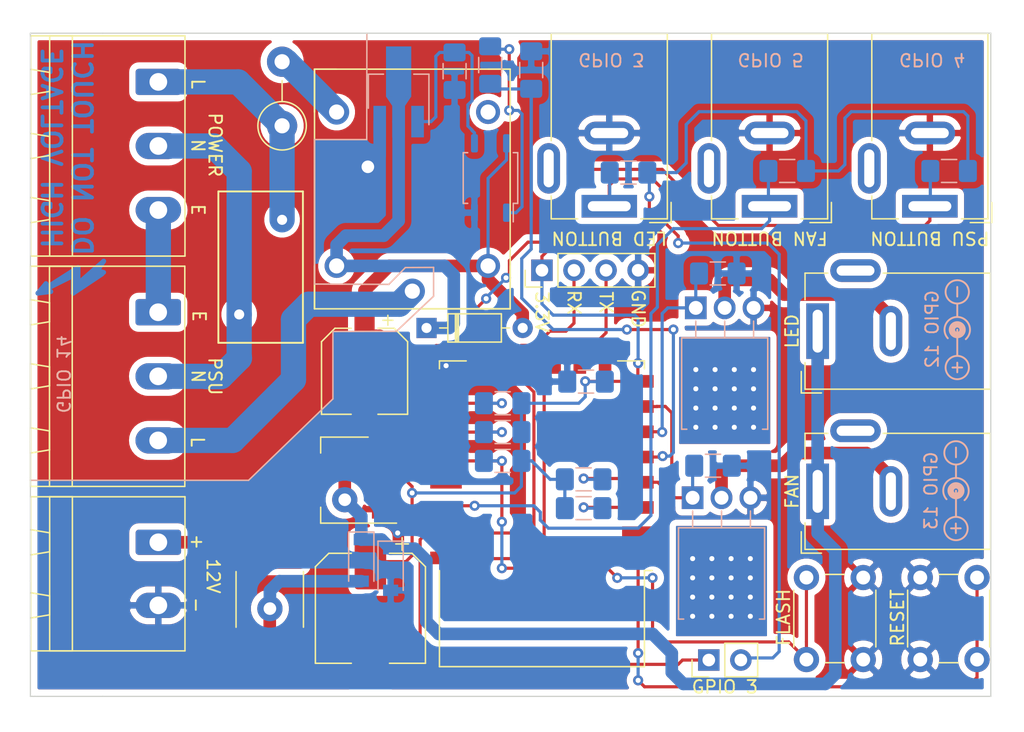
<source format=kicad_pcb>
(kicad_pcb (version 20171130) (host pcbnew "(5.1.2)-2")
  (layers (0 F.Cu signal) (31 B.Cu signal) (34 B.Paste user) (35 F.Paste user) (36 B.SilkS user) (37 F.SilkS user) (38 B.Mask user) (39 F.Mask user) (44 Edge.Cuts user))
  (net 0 "")
  (net 1 "Net-(J1-Pad3)")
  (net 2 Earth)
  (net 3 AC)
  (net 4 LED_BTN_PIN)
  (net 5 GND)
  (net 6 +12V)
  (net 7 "Net-(J4-Pad2)")
  (net 8 PSU_BTN_PIN)
  (net 9 FAN_BTN_PIN)
  (net 10 GNDPWR)
  (net 11 "Net-(J9-Pad2)")
  (net 12 "Net-(D2-Pad1)")
  (net 13 +3V3)
  (net 14 TX)
  (net 15 "Net-(U1-Pad14)")
  (net 16 "Net-(U1-Pad13)")
  (net 17 "Net-(U1-Pad12)")
  (net 18 "Net-(U1-Pad11)")
  (net 19 "Net-(U1-Pad10)")
  (net 20 "Net-(U1-Pad9)")
  (net 21 FAN_PIN)
  (net 22 LED_PIN)
  (net 23 PSU_PIN)
  (net 24 "Net-(U1-Pad2)")
  (net 25 "Net-(R6-Pad2)")
  (net 26 "Net-(R7-Pad2)")
  (net 27 "Net-(R8-Pad2)")
  (net 28 "Net-(R9-Pad2)")
  (net 29 "Net-(R10-Pad2)")
  (net 30 LED_BTN_RX_PIN)
  (net 31 "Net-(D1-Pad2)")
  (net 32 VCC)
  (net 33 "Net-(NT1-Pad2)")
  (net 34 "Net-(NT1-Pad1)")
  (net 35 "Net-(NT2-Pad2)")
  (net 36 "Net-(NT2-Pad1)")
  (net 37 "Net-(F2-Pad1)")
  (net 38 "Net-(Q1-Pad1)")
  (net 39 "Net-(R12-Pad2)")
  (module Fuse:Fuse_2920_7451Metric_Pad2.10x5.45mm_HandSolder (layer F.Cu) (at 127.6731 114.4095 90)
    (fp_text reference F1 hide)
    (fp_text value "TLC-LSMD100 2A")
    (pad 2 smd roundrect (at 3.475 0 90) (size 2.1 5.45) (layers F.Cu F.Paste F.Mask) (roundrect_rratio 0.119048) (net 32 VCC))
    (pad 1 smd roundrect (at -3.475 0 90) (size 2.1 5.45) (layers F.Cu F.Paste F.Mask) (roundrect_rratio 0.119048) (net 31 "Net-(D1-Pad2)"))
  )
  (module Symbol:Symbol_Highvoltage_Type1_CopperTop_Small (layer B.Cu) (at 111.3409 89.7509 90)
    (fp_text reference REF** hide)
    (fp_text value Symbol_Highvoltage_Type1_CopperTop_Small)
    (fp_line (start -0.127 -1.524) (end -0.254 -1.016) (layer B.Cu) (width 0.381))
    (fp_line (start 1.016 0.762) (end -0.127 -1.524) (layer B.Cu) (width 0.381))
    (fp_line (start -0.381 0.762) (end 1.016 0.762) (layer B.Cu) (width 0.381))
    (fp_line (start 1.143 3.048) (end -0.381 0.762) (layer B.Cu) (width 0.381))
    (fp_line (start 1.397 2.667) (end 1.27 3.175) (layer B.Cu) (width 0.381))
    (fp_line (start 2.159 3.175) (end 1.397 2.667) (layer B.Cu) (width 0.381))
    (fp_line (start 0.381 1.143) (end 2.159 3.175) (layer B.Cu) (width 0.381))
    (fp_line (start 1.651 1.143) (end 0.381 1.143) (layer B.Cu) (width 0.381))
    (fp_line (start -0.127 -1.651) (end 1.651 1.143) (layer B.Cu) (width 0.381))
    (fp_line (start 0.381 -1.397) (end -0.127 -1.651) (layer B.Cu) (width 0.381))
    (fp_line (start -0.381 -2.032) (end 0.381 -1.397) (layer B.Cu) (width 0.381))
    (fp_line (start -0.254 -1.016) (end -0.381 -2.032) (layer B.Cu) (width 0.381))
    (fp_line (start 0 0.889) (end 1.27 0.889) (layer B.Cu) (width 0.381))
    (fp_line (start 1.397 2.794) (end 0 0.889) (layer B.Cu) (width 0.381))
  )
  (module Varistor:RV_Disc_D12mm_W6.7mm_P7.5mm (layer F.Cu) (at 128.651 84.3153 270)
    (fp_text reference RV1 hide)
    (fp_text value Varistor)
    (pad 2 thru_hole circle (at 7.5 3.4 270) (size 1.8 1.8) (drill 0.8) (layers *.Cu *.Mask) (net 10 GNDPWR))
    (pad 1 thru_hole circle (at 0 0 270) (size 1.8 1.8) (drill 0.8) (layers *.Cu *.Mask) (net 37 "Net-(F2-Pad1)"))
  )
  (module Connector_BarrelJack:BarrelJack_Wuerth_6941xx301002 (layer F.Cu) (at 154.5717 83.2358 180)
    (fp_text reference J3 hide)
    (fp_text value LED_BTN)
    (pad 1 thru_hole rect (at 0 0 180) (size 4.4 1.8) (drill oval 3.4 0.8) (layers *.Cu *.Mask) (net 4 LED_BTN_PIN))
    (pad 2 thru_hole oval (at 0 5.8 180) (size 4 1.8) (drill oval 3 0.8) (layers *.Cu *.Mask) (net 5 GND))
    (pad 3 thru_hole oval (at 4.8 3 270) (size 4 1.8) (drill oval 3 0.8) (layers *.Cu *.Mask))
  )
  (module Relay_THT:RD_112DM (layer F.Cu) (at 138.5697 82.2198 270)
    (fp_text reference U2 hide)
    (fp_text value "RD-112DM ")
    (pad 4 thru_hole circle (at -6.45 5.6 270) (size 1.9 1.9) (drill 1.2) (layers *.Cu *.Mask) (net 3 AC))
    (pad 5 thru_hole circle (at -6.45 -6.4 270) (size 1.9 1.9) (drill 1.2) (layers *.Cu *.Mask))
    (pad 3 thru_hole circle (at 7.75 -0.4 270) (size 1.9 1.9) (drill 1.2) (layers *.Cu *.Mask) (net 1 "Net-(J1-Pad3)"))
    (pad 2 thru_hole circle (at 5.75 5.6 270) (size 1.9 1.9) (drill 1.2) (layers *.Cu *.Mask) (net 12 "Net-(D2-Pad1)"))
    (pad 1 thru_hole circle (at 5.75 -6.4 270) (size 1.9 1.9) (drill 1.2) (layers *.Cu *.Mask) (net 6 +12V))
  )
  (module Package_TO_SOT_SMD:SOT-89-3_Handsoldering (layer B.Cu) (at 137.8839 74.5478 90)
    (fp_text reference Q1 hide)
    (fp_text value UT3N06)
    (pad 2 smd trapezoid (at -0.37 0) (size 1.5 0.75) (rect_delta 0 -0.5) (layers B.Cu B.Paste B.Mask) (net 12 "Net-(D2-Pad1)"))
    (pad 2 smd rect (at 1.98 0 180) (size 2 4) (layers B.Cu B.Paste B.Mask) (net 12 "Net-(D2-Pad1)"))
    (pad 3 smd rect (at -1.98 -1.5 180) (size 1 2.5) (layers B.Cu B.Paste B.Mask) (net 5 GND))
    (pad 2 smd rect (at -1.98 0 180) (size 1 2.5) (layers B.Cu B.Paste B.Mask) (net 12 "Net-(D2-Pad1)"))
    (pad 1 smd rect (at -1.98 1.5 180) (size 1 2.5) (layers B.Cu B.Paste B.Mask) (net 38 "Net-(Q1-Pad1)"))
  )
  (module Resistor_THT:R_Axial_DIN0411_L9.9mm_D3.6mm_P5.08mm_Vertical (layer F.Cu) (at 128.651 76.8604 90)
    (fp_text reference F2 hide)
    (fp_text value "20N-100H ")
    (pad 2 thru_hole oval (at 5.08 0 90) (size 2.4 2.4) (drill 1.2) (layers *.Cu *.Mask) (net 3 AC))
    (pad 1 thru_hole circle (at 0 0 90) (size 2.4 2.4) (drill 1.2) (layers *.Cu *.Mask) (net 37 "Net-(F2-Pad1)"))
  )
  (module Package_SO:SOP-4_3.8x4.1mm_P2.54mm (layer B.Cu) (at 145.161 81.0006 90)
    (fp_text reference U4 hide)
    (fp_text value "PS2711-1-F3-A ")
    (pad 4 smd roundrect (at 2.75 1.27 90) (size 1.45 0.55) (layers B.Cu B.Paste B.Mask) (net 6 +12V))
    (pad 3 smd roundrect (at 2.75 -1.27 90) (size 1.45 0.55) (layers B.Cu B.Paste B.Mask) (net 38 "Net-(Q1-Pad1)"))
    (pad 2 smd roundrect (at -2.75 -1.27 90) (size 1.45 0.55) (layers B.Cu B.Paste B.Mask) (net 5 GND))
    (pad 1 smd roundrect (at -2.75 1.27 90) (size 1.45 0.55) (layers B.Cu B.Paste B.Mask) (net 39 "Net-(R12-Pad2)"))
  )
  (module Resistor_SMD:R_1206_3216Metric_Pad1.42x1.75mm_HandSolder (layer B.Cu) (at 142.3162 72.5313 270)
    (fp_text reference R13 hide)
    (fp_text value 10k)
    (pad 2 smd roundrect (at 1.4875 0 270) (size 1.425 1.75) (layers B.Cu B.Paste B.Mask) (roundrect_rratio 0.175439) (net 5 GND))
    (pad 1 smd roundrect (at -1.4875 0 270) (size 1.425 1.75) (layers B.Cu B.Paste B.Mask) (roundrect_rratio 0.175439) (net 38 "Net-(Q1-Pad1)"))
  )
  (module Resistor_SMD:R_1206_3216Metric_Pad1.42x1.75mm_HandSolder (layer B.Cu) (at 145.1356 72.0455 90)
    (fp_text reference R12 hide)
    (fp_text value 412R)
    (pad 2 smd roundrect (at 1.4875 0 90) (size 1.425 1.75) (layers B.Cu B.Paste B.Mask) (roundrect_rratio 0.175439) (net 39 "Net-(R12-Pad2)"))
    (pad 1 smd roundrect (at -1.4875 0 90) (size 1.425 1.75) (layers B.Cu B.Paste B.Mask) (roundrect_rratio 0.175439) (net 23 PSU_PIN))
  )
  (module Symbol:Symbol_Barrel_Polarity (layer B.Cu) (at 182.0672 93.0275 270)
    (fp_text reference REF** hide)
    (fp_text value Symbol_Barrel_Polarity)
  )
  (module Symbol:Symbol_Barrel_Polarity (layer B.Cu) (at 181.9656 105.791 270)
    (fp_text reference REF** hide)
    (fp_text value Symbol_Barrel_Polarity)
  )
  (module NetTie:NetTie-2_SMD_Pad0.5mm (layer F.Cu) (at 165.2397 116.7511)
    (fp_text reference NT2 hide)
    (fp_text value Q3_THERMAL)
    (fp_poly (pts (xy -0.5 -0.25) (xy 0.5 -0.25) (xy 0.5 0.25) (xy -0.5 0.25)) (layer F.Cu) (width 0))
    (pad 2 smd circle (at 0.5 0) (size 0.5 0.5) (layers F.Cu) (net 35 "Net-(NT2-Pad2)"))
    (pad 1 smd circle (at -0.5 0) (size 0.5 0.5) (layers F.Cu) (net 36 "Net-(NT2-Pad1)"))
  )
  (module NetTie:NetTie-2_SMD_Pad0.5mm (layer F.Cu) (at 165.2524 101.5746)
    (fp_text reference NT1 hide)
    (fp_text value Q2_THERMAL hide)
    (fp_poly (pts (xy -0.5 -0.25) (xy 0.5 -0.25) (xy 0.5 0.25) (xy -0.5 0.25)) (layer F.Cu) (width 0))
    (pad 2 smd circle (at 0.5 0) (size 0.5 0.5) (layers F.Cu) (net 33 "Net-(NT1-Pad2)"))
    (pad 1 smd circle (at -0.5 0) (size 0.5 0.5) (layers F.Cu) (net 34 "Net-(NT1-Pad1)"))
  )
  (module Diode_SMD:D_SOD-123 (layer B.Cu) (at 137.2489 112.0404 270)
    (fp_text reference D3 hide)
    (fp_text value "BZT52C13 ")
    (pad 2 smd rect (at 1.65 0 270) (size 0.9 1.2) (layers B.Cu B.Paste B.Mask) (net 5 GND))
    (pad 1 smd rect (at -1.65 0 270) (size 0.9 1.2) (layers B.Cu B.Paste B.Mask) (net 6 +12V))
  )
  (module Diode_SMD:D_SOD-123 (layer B.Cu) (at 134.9248 111.3165 270)
    (fp_text reference D1 hide)
    (fp_text value "DS36W " hide)
    (pad 2 smd rect (at 1.65 0 270) (size 0.9 1.2) (layers B.Cu B.Paste B.Mask) (net 31 "Net-(D1-Pad2)"))
    (pad 1 smd rect (at -1.65 0 270) (size 0.9 1.2) (layers B.Cu B.Paste B.Mask) (net 6 +12V))
  )
  (module Capacitor_SMD:CP_Elec_6.3x5.4 (layer F.Cu) (at 135.18388 96.32188 270)
    (fp_text reference C2 hide)
    (fp_text value 10uF)
    (pad 2 smd roundrect (at 2.8 0 270) (size 3.5 1.6) (layers F.Cu F.Paste F.Mask) (roundrect_rratio 0.15625) (net 5 GND))
    (pad 1 smd roundrect (at -2.8 0 270) (size 3.5 1.6) (layers F.Cu F.Paste F.Mask) (roundrect_rratio 0.15625) (net 6 +12V))
  )
  (module Connector_BarrelJack:BarrelJack_Wuerth_6941xx301002 (layer F.Cu) (at 167.2717 83.2358 180)
    (fp_text reference J6 hide)
    (fp_text value FAN_BTN)
    (pad 1 thru_hole rect (at 0 0 180) (size 4.4 1.8) (drill oval 3.4 0.8) (layers *.Cu *.Mask) (net 9 FAN_BTN_PIN))
    (pad 2 thru_hole oval (at 0 5.8 180) (size 4 1.8) (drill oval 3 0.8) (layers *.Cu *.Mask) (net 5 GND))
    (pad 3 thru_hole oval (at 4.8 3 270) (size 4 1.8) (drill oval 3 0.8) (layers *.Cu *.Mask))
  )
  (module Connector_PinHeader_2.54mm:PinHeader_1x02_P2.54mm_Vertical (layer F.Cu) (at 162.4584 119.2149 90)
    (fp_text reference J11 hide)
    (fp_text value FLASH_JUMPER)
    (pad 2 thru_hole oval (at 0 2.54 90) (size 1.7 1.7) (drill 1) (layers *.Cu *.Mask) (net 4 LED_BTN_PIN))
    (pad 1 thru_hole rect (at 0 0 90) (size 1.7 1.7) (drill 1) (layers *.Cu *.Mask) (net 30 LED_BTN_RX_PIN))
  )
  (module Package_TO_SOT_SMD:SOT-223 (layer F.Cu) (at 133.6167 104.9528 180)
    (fp_text reference U3 hide)
    (fp_text value LD1117AG-30-AA3-A-R)
    (pad 1 smd rect (at -3.15 -2.3 180) (size 2 1.5) (layers F.Cu F.Paste F.Mask) (net 5 GND))
    (pad 3 smd rect (at -3.15 2.3 180) (size 2 1.5) (layers F.Cu F.Paste F.Mask) (net 6 +12V))
    (pad 2 smd rect (at -3.15 0 180) (size 2 1.5) (layers F.Cu F.Paste F.Mask) (net 13 +3V3))
    (pad 4 smd rect (at 3.15 0 180) (size 2 3.8) (layers F.Cu F.Paste F.Mask))
  )
  (module Capacitor_SMD:CP_Elec_8x10.5 (layer F.Cu) (at 135.6487 115.1128 270)
    (fp_text reference C3 hide)
    (fp_text value "100uF 50V")
    (pad 2 smd roundrect (at 3.7 0 270) (size 4.4 2.5) (layers F.Cu F.Paste F.Mask) (roundrect_rratio 0.1) (net 5 GND))
    (pad 1 smd roundrect (at -3.7 0 270) (size 4.4 2.5) (layers F.Cu F.Paste F.Mask) (roundrect_rratio 0.1) (net 13 +3V3))
  )
  (module Connector_Phoenix_MSTB:PhoenixContact_MSTBA_2,5_3-G-5,08_1x03_P5.08mm_Horizontal (layer F.Cu) (at 118.8466 73.3806 270)
    (fp_text reference J7 hide)
    (fp_text value POW_CON)
    (pad 3 thru_hole oval (at 10.16 0 270) (size 2.08 3.6) (drill 1.4) (layers *.Cu *.Mask) (net 2 Earth))
    (pad 2 thru_hole oval (at 5.08 0 270) (size 2.08 3.6) (drill 1.4) (layers *.Cu *.Mask) (net 10 GNDPWR))
    (pad 1 thru_hole roundrect (at 0 0 270) (size 2.08 3.6) (drill 1.4) (layers *.Cu *.Mask) (roundrect_rratio 0.120192) (net 37 "Net-(F2-Pad1)"))
  )
  (module Connector_Phoenix_MSTB:PhoenixContact_MSTBA_2,5_3-G-5,08_1x03_P5.08mm_Horizontal (layer F.Cu) (at 118.8339 91.6432 270)
    (fp_text reference J1 hide)
    (fp_text value PSU_CON)
    (pad 3 thru_hole oval (at 10.16 0 270) (size 2.08 3.6) (drill 1.4) (layers *.Cu *.Mask) (net 1 "Net-(J1-Pad3)"))
    (pad 2 thru_hole oval (at 5.08 0 270) (size 2.08 3.6) (drill 1.4) (layers *.Cu *.Mask) (net 10 GNDPWR))
    (pad 1 thru_hole roundrect (at 0 0 270) (size 2.08 3.6) (drill 1.4) (layers *.Cu *.Mask) (roundrect_rratio 0.120192) (net 2 Earth))
  )
  (module Connector_Phoenix_MSTB:PhoenixContact_MSTBA_2,5_2-G_1x02_P5.00mm_Horizontal (layer F.Cu) (at 118.8466 109.8804 270)
    (fp_text reference J8 hide)
    (fp_text value LED_FAN_POW_CON)
    (pad 2 thru_hole oval (at 5 0 270) (size 2 3.6) (drill 1.4) (layers *.Cu *.Mask) (net 5 GND))
    (pad 1 thru_hole roundrect (at 0 0 270) (size 2 3.6) (drill 1.4) (layers *.Cu *.Mask) (roundrect_rratio 0.125) (net 32 VCC))
  )
  (module Package_TO_SOT_THT:TO-251-3-1EP_Horizontal_TabDown (layer B.Cu) (at 161.4257 91.296467)
    (fp_text reference Q3 hide)
    (fp_text value UT3N06)
    (pad 3 thru_hole oval (at 4.58 0) (size 1.7175 1.8) (drill 1.1) (layers *.Cu *.Mask) (net 5 GND))
    (pad 2 thru_hole oval (at 2.29 0) (size 1.7175 1.8) (drill 1.1) (layers *.Cu *.Mask) (net 11 "Net-(J9-Pad2)"))
    (pad 1 thru_hole rect (at 0 0) (size 1.7175 1.8) (drill 1.1) (layers *.Cu *.Mask) (net 22 LED_PIN))
    (pad 4 smd rect (at 2.29 7.433333) (size 5.7 6.2) (layers B.Cu B.Paste B.Mask) (net 34 "Net-(NT1-Pad1)"))
  )
  (module Package_TO_SOT_THT:TO-251-3-1EP_Horizontal_TabDown (layer B.Cu) (at 161.1757 106.3498)
    (fp_text reference Q2 hide)
    (fp_text value UT3N06)
    (pad 3 thru_hole oval (at 4.58 0) (size 1.7175 1.8) (drill 1.1) (layers *.Cu *.Mask) (net 5 GND))
    (pad 2 thru_hole oval (at 2.29 0) (size 1.7175 1.8) (drill 1.1) (layers *.Cu *.Mask) (net 7 "Net-(J4-Pad2)"))
    (pad 1 thru_hole rect (at 0 0) (size 1.7175 1.8) (drill 1.1) (layers *.Cu *.Mask) (net 21 FAN_PIN))
    (pad 4 smd rect (at 2.29 7.433333) (size 5.7 6.2) (layers B.Cu B.Paste B.Mask) (net 36 "Net-(NT2-Pad1)"))
  )
  (module Connector_PinHeader_2.54mm:PinHeader_1x04_P2.54mm_Vertical (layer F.Cu) (at 149.2377 88.3158 90)
    (fp_text reference J2 hide)
    (fp_text value UART_CON)
    (pad 4 thru_hole oval (at 0 7.62 90) (size 1.7 1.7) (drill 1) (layers *.Cu *.Mask) (net 5 GND))
    (pad 3 thru_hole oval (at 0 5.08 90) (size 1.7 1.7) (drill 1) (layers *.Cu *.Mask) (net 14 TX))
    (pad 2 thru_hole oval (at 0 2.54 90) (size 1.7 1.7) (drill 1) (layers *.Cu *.Mask) (net 30 LED_BTN_RX_PIN))
    (pad 1 thru_hole rect (at 0 0 90) (size 1.7 1.7) (drill 1) (layers *.Cu *.Mask) (net 13 +3V3))
  )
  (module Diode_THT:D_DO-35_SOD27_P7.62mm_Horizontal (layer F.Cu) (at 140.0937 92.8878)
    (fp_text reference D2 hide)
    (fp_text value 1N4148)
    (pad 2 thru_hole oval (at 7.62 0) (size 1.6 1.6) (drill 0.8) (layers *.Cu *.Mask) (net 6 +12V))
    (pad 1 thru_hole rect (at 0 0) (size 1.6 1.6) (drill 0.8) (layers *.Cu *.Mask) (net 12 "Net-(D2-Pad1)"))
  )
  (module Capacitor_SMD:C_1206_3216Metric_Pad1.42x1.75mm_HandSolder (layer B.Cu) (at 152.7302 97.1423 180)
    (fp_text reference C1 hide)
    (fp_text value "100n 25V")
    (pad 2 smd roundrect (at 1.4875 0 180) (size 1.425 1.75) (layers B.Cu B.Paste B.Mask) (roundrect_rratio 0.175439) (net 5 GND))
    (pad 1 smd roundrect (at -1.4875 0 180) (size 1.425 1.75) (layers B.Cu B.Paste B.Mask) (roundrect_rratio 0.175439) (net 13 +3V3))
  )
  (module Resistor_SMD:R_1206_3216Metric_Pad1.42x1.75mm_HandSolder (layer B.Cu) (at 163.1712 88.5698)
    (fp_text reference R5 hide)
    (fp_text value 10k)
    (pad 2 smd roundrect (at 1.4875 0) (size 1.425 1.75) (layers B.Cu B.Paste B.Mask) (roundrect_rratio 0.175439) (net 5 GND))
    (pad 1 smd roundrect (at -1.4875 0) (size 1.425 1.75) (layers B.Cu B.Paste B.Mask) (roundrect_rratio 0.175439) (net 22 LED_PIN))
  )
  (module Resistor_SMD:R_1206_3216Metric_Pad1.42x1.75mm_HandSolder (layer B.Cu) (at 168.6687 80.4418 180)
    (fp_text reference R4 hide)
    (fp_text value 10k)
    (pad 2 smd roundrect (at 1.4875 0 180) (size 1.425 1.75) (layers B.Cu B.Paste B.Mask) (roundrect_rratio 0.175439) (net 9 FAN_BTN_PIN))
    (pad 1 smd roundrect (at -1.4875 0 180) (size 1.425 1.75) (layers B.Cu B.Paste B.Mask) (roundrect_rratio 0.175439) (net 13 +3V3))
  )
  (module Resistor_SMD:R_1206_3216Metric_Pad1.42x1.75mm_HandSolder (layer B.Cu) (at 181.4957 80.4418 180)
    (fp_text reference R3 hide)
    (fp_text value 10k)
    (pad 2 smd roundrect (at 1.4875 0 180) (size 1.425 1.75) (layers B.Cu B.Paste B.Mask) (roundrect_rratio 0.175439) (net 8 PSU_BTN_PIN))
    (pad 1 smd roundrect (at -1.4875 0 180) (size 1.425 1.75) (layers B.Cu B.Paste B.Mask) (roundrect_rratio 0.175439) (net 13 +3V3))
  )
  (module Resistor_SMD:R_1206_3216Metric_Pad1.42x1.75mm_HandSolder (layer B.Cu) (at 162.7902 103.8098)
    (fp_text reference R2 hide)
    (fp_text value 10k)
    (pad 2 smd roundrect (at 1.4875 0) (size 1.425 1.75) (layers B.Cu B.Paste B.Mask) (roundrect_rratio 0.175439) (net 5 GND))
    (pad 1 smd roundrect (at -1.4875 0) (size 1.425 1.75) (layers B.Cu B.Paste B.Mask) (roundrect_rratio 0.175439) (net 21 FAN_PIN))
  )
  (module Resistor_SMD:R_1206_3216Metric_Pad1.42x1.75mm_HandSolder (layer B.Cu) (at 156.0957 80.5688 180)
    (fp_text reference R1 hide)
    (fp_text value 10k)
    (pad 2 smd roundrect (at 1.4875 0 180) (size 1.425 1.75) (layers B.Cu B.Paste B.Mask) (roundrect_rratio 0.175439) (net 4 LED_BTN_PIN))
    (pad 1 smd roundrect (at -1.4875 0 180) (size 1.425 1.75) (layers B.Cu B.Paste B.Mask) (roundrect_rratio 0.175439) (net 13 +3V3))
  )
  (module Resistor_SMD:R_1206_3216Metric_Pad1.42x1.75mm_HandSolder (layer B.Cu) (at 148.3868 72.4424 90)
    (fp_text reference R11 hide)
    (fp_text value 10k)
    (pad 2 smd roundrect (at 1.4875 0 90) (size 1.425 1.75) (layers B.Cu B.Paste B.Mask) (roundrect_rratio 0.175439) (net 5 GND))
    (pad 1 smd roundrect (at -1.4875 0 90) (size 1.425 1.75) (layers B.Cu B.Paste B.Mask) (roundrect_rratio 0.175439) (net 23 PSU_PIN))
  )
  (module Resistor_SMD:R_1206_3216Metric_Pad1.42x1.75mm_HandSolder (layer B.Cu) (at 146.1262 98.8568 180)
    (fp_text reference R10 hide)
    (fp_text value 10k)
    (pad 2 smd roundrect (at 1.4875 0 180) (size 1.425 1.75) (layers B.Cu B.Paste B.Mask) (roundrect_rratio 0.175439) (net 29 "Net-(R10-Pad2)"))
    (pad 1 smd roundrect (at -1.4875 0 180) (size 1.425 1.75) (layers B.Cu B.Paste B.Mask) (roundrect_rratio 0.175439) (net 13 +3V3))
  )
  (module Resistor_SMD:R_1206_3216Metric_Pad1.42x1.75mm_HandSolder (layer B.Cu) (at 146.1262 101.1428 180)
    (fp_text reference R9 hide)
    (fp_text value 10k)
    (pad 2 smd roundrect (at 1.4875 0 180) (size 1.425 1.75) (layers B.Cu B.Paste B.Mask) (roundrect_rratio 0.175439) (net 28 "Net-(R9-Pad2)"))
    (pad 1 smd roundrect (at -1.4875 0 180) (size 1.425 1.75) (layers B.Cu B.Paste B.Mask) (roundrect_rratio 0.175439) (net 13 +3V3))
  )
  (module Resistor_SMD:R_1206_3216Metric_Pad1.42x1.75mm_HandSolder (layer B.Cu) (at 146.1262 103.4288 180)
    (fp_text reference R8 hide)
    (fp_text value 10k)
    (pad 2 smd roundrect (at 1.4875 0 180) (size 1.425 1.75) (layers B.Cu B.Paste B.Mask) (roundrect_rratio 0.175439) (net 27 "Net-(R8-Pad2)"))
    (pad 1 smd roundrect (at -1.4875 0 180) (size 1.425 1.75) (layers B.Cu B.Paste B.Mask) (roundrect_rratio 0.175439) (net 13 +3V3))
  )
  (module Resistor_SMD:R_1206_3216Metric_Pad1.42x1.75mm_HandSolder (layer B.Cu) (at 152.5397 104.8893)
    (fp_text reference R7 hide)
    (fp_text value 10k)
    (pad 2 smd roundrect (at 1.4875 0) (size 1.425 1.75) (layers B.Cu B.Paste B.Mask) (roundrect_rratio 0.175439) (net 26 "Net-(R7-Pad2)"))
    (pad 1 smd roundrect (at -1.4875 0) (size 1.425 1.75) (layers B.Cu B.Paste B.Mask) (roundrect_rratio 0.175439) (net 13 +3V3))
  )
  (module Resistor_SMD:R_1206_3216Metric_Pad1.42x1.75mm_HandSolder (layer B.Cu) (at 152.5397 107.1753)
    (fp_text reference R6 hide)
    (fp_text value 10k)
    (pad 2 smd roundrect (at 1.4875 0) (size 1.425 1.75) (layers B.Cu B.Paste B.Mask) (roundrect_rratio 0.175439) (net 25 "Net-(R6-Pad2)"))
    (pad 1 smd roundrect (at -1.4875 0) (size 1.425 1.75) (layers B.Cu B.Paste B.Mask) (roundrect_rratio 0.175439) (net 13 +3V3))
  )
  (module RF_Module:ESP-12E (layer F.Cu) (at 149.2377 107.6198 180)
    (fp_text reference U1 hide)
    (fp_text value ESP-12E)
    (pad 1 smd rect (at -7.6 -3.5 180) (size 2.5 1) (layers F.Cu F.Paste F.Mask) (net 26 "Net-(R7-Pad2)"))
    (pad 2 smd rect (at -7.6 -1.5 180) (size 2.5 1) (layers F.Cu F.Paste F.Mask) (net 24 "Net-(U1-Pad2)"))
    (pad 3 smd rect (at -7.6 0.5 180) (size 2.5 1) (layers F.Cu F.Paste F.Mask) (net 25 "Net-(R6-Pad2)"))
    (pad 4 smd rect (at -7.6 2.5 180) (size 2.5 1) (layers F.Cu F.Paste F.Mask) (net 26 "Net-(R7-Pad2)"))
    (pad 5 smd rect (at -7.6 4.5 180) (size 2.5 1) (layers F.Cu F.Paste F.Mask) (net 23 PSU_PIN))
    (pad 6 smd rect (at -7.6 6.5 180) (size 2.5 1) (layers F.Cu F.Paste F.Mask) (net 22 LED_PIN))
    (pad 7 smd rect (at -7.6 8.5 180) (size 2.5 1) (layers F.Cu F.Paste F.Mask) (net 21 FAN_PIN))
    (pad 8 smd rect (at -7.6 10.5 180) (size 2.5 1) (layers F.Cu F.Paste F.Mask) (net 13 +3V3))
    (pad 9 smd rect (at -5 12 180) (size 1 1.8) (layers F.Cu F.Paste F.Mask) (net 20 "Net-(U1-Pad9)"))
    (pad 10 smd rect (at -3 12 180) (size 1 1.8) (layers F.Cu F.Paste F.Mask) (net 19 "Net-(U1-Pad10)"))
    (pad 11 smd rect (at -1 12 180) (size 1 1.8) (layers F.Cu F.Paste F.Mask) (net 18 "Net-(U1-Pad11)"))
    (pad 12 smd rect (at 1 12 180) (size 1 1.8) (layers F.Cu F.Paste F.Mask) (net 17 "Net-(U1-Pad12)"))
    (pad 13 smd rect (at 3 12 180) (size 1 1.8) (layers F.Cu F.Paste F.Mask) (net 16 "Net-(U1-Pad13)"))
    (pad 14 smd rect (at 5 12 180) (size 1 1.8) (layers F.Cu F.Paste F.Mask) (net 15 "Net-(U1-Pad14)"))
    (pad 15 smd rect (at 7.6 10.5 180) (size 2.5 1) (layers F.Cu F.Paste F.Mask) (net 5 GND))
    (pad 16 smd rect (at 7.6 8.5 180) (size 2.5 1) (layers F.Cu F.Paste F.Mask) (net 29 "Net-(R10-Pad2)"))
    (pad 17 smd rect (at 7.6 6.5 180) (size 2.5 1) (layers F.Cu F.Paste F.Mask) (net 28 "Net-(R9-Pad2)"))
    (pad 18 smd rect (at 7.6 4.5 180) (size 2.5 1) (layers F.Cu F.Paste F.Mask) (net 27 "Net-(R8-Pad2)"))
    (pad 19 smd rect (at 7.6 2.5 180) (size 2.5 1) (layers F.Cu F.Paste F.Mask) (net 8 PSU_BTN_PIN))
    (pad 20 smd rect (at 7.6 0.5 180) (size 2.5 1) (layers F.Cu F.Paste F.Mask) (net 9 FAN_BTN_PIN))
    (pad 21 smd rect (at 7.6 -1.5 180) (size 2.5 1) (layers F.Cu F.Paste F.Mask) (net 30 LED_BTN_RX_PIN))
    (pad 22 smd rect (at 7.6 -3.5 180) (size 2.5 1) (layers F.Cu F.Paste F.Mask) (net 14 TX))
  )
  (module Connector_BarrelJack:BarrelJack_Wuerth_6941xx301002 (layer F.Cu) (at 179.9717 83.2358 180)
    (fp_text reference J5 hide)
    (fp_text value PSU_BTN)
    (pad 1 thru_hole rect (at 0 0 180) (size 4.4 1.8) (drill oval 3.4 0.8) (layers *.Cu *.Mask) (net 8 PSU_BTN_PIN))
    (pad 2 thru_hole oval (at 0 5.8 180) (size 4 1.8) (drill oval 3 0.8) (layers *.Cu *.Mask) (net 5 GND))
    (pad 3 thru_hole oval (at 4.8 3 270) (size 4 1.8) (drill oval 3 0.8) (layers *.Cu *.Mask))
  )
  (module Connector_BarrelJack:BarrelJack_Wuerth_6941xx301002 (layer F.Cu) (at 171.0817 105.8418 90)
    (fp_text reference J4 hide)
    (fp_text value FAN_CON)
    (pad 1 thru_hole rect (at 0 0 90) (size 4.4 1.8) (drill oval 3.4 0.8) (layers *.Cu *.Mask) (net 6 +12V))
    (pad 2 thru_hole oval (at 0 5.8 90) (size 4 1.8) (drill oval 3 0.8) (layers *.Cu *.Mask) (net 7 "Net-(J4-Pad2)"))
    (pad 3 thru_hole oval (at 4.8 3 180) (size 4 1.8) (drill oval 3 0.8) (layers *.Cu *.Mask))
  )
  (module Connector_BarrelJack:BarrelJack_Wuerth_6941xx301002 (layer F.Cu) (at 171.0817 93.1418 90)
    (fp_text reference J9 hide)
    (fp_text value LED_CON)
    (pad 1 thru_hole rect (at 0 0 90) (size 4.4 1.8) (drill oval 3.4 0.8) (layers *.Cu *.Mask) (net 6 +12V))
    (pad 2 thru_hole oval (at 0 5.8 90) (size 4 1.8) (drill oval 3 0.8) (layers *.Cu *.Mask) (net 11 "Net-(J9-Pad2)"))
    (pad 3 thru_hole oval (at 4.8 3 180) (size 4 1.8) (drill oval 3 0.8) (layers *.Cu *.Mask))
  )
  (module Button_Switch_THT:SW_PUSH_6mm (layer F.Cu) (at 170.1927 119.1768 90)
    (fp_text reference SW2 hide)
    (fp_text value FLASH)
    (pad 1 thru_hole circle (at 6.5 0 180) (size 2 2) (drill 1.1) (layers *.Cu *.Mask) (net 27 "Net-(R8-Pad2)"))
    (pad 2 thru_hole circle (at 6.5 4.5 180) (size 2 2) (drill 1.1) (layers *.Cu *.Mask) (net 5 GND))
    (pad 1 thru_hole circle (at 0 0 180) (size 2 2) (drill 1.1) (layers *.Cu *.Mask) (net 27 "Net-(R8-Pad2)"))
    (pad 2 thru_hole circle (at 0 4.5 180) (size 2 2) (drill 1.1) (layers *.Cu *.Mask) (net 5 GND))
  )
  (module Button_Switch_THT:SW_PUSH_6mm (layer F.Cu) (at 179.2097 119.1768 90)
    (fp_text reference SW1 hide)
    (fp_text value RESET)
    (pad 1 thru_hole circle (at 6.5 0 180) (size 2 2) (drill 1.1) (layers *.Cu *.Mask) (net 5 GND))
    (pad 2 thru_hole circle (at 6.5 4.5 180) (size 2 2) (drill 1.1) (layers *.Cu *.Mask) (net 26 "Net-(R7-Pad2)"))
    (pad 1 thru_hole circle (at 0 0 180) (size 2 2) (drill 1.1) (layers *.Cu *.Mask) (net 5 GND))
    (pad 2 thru_hole circle (at 0 4.5 180) (size 2 2) (drill 1.1) (layers *.Cu *.Mask) (net 26 "Net-(R7-Pad2)"))
  )
  (gr_line (start 140.6525 90.3732) (end 140.6525 88.0872) (layer B.SilkS) (width 0.12))
  (gr_line (start 137.7061 93.1545) (end 132.6769 93.1672) (layer B.SilkS) (width 0.12))
  (gr_line (start 140.6525 90.3732) (end 137.7061 93.1545) (layer B.SilkS) (width 0.12))
  (gr_line (start 138.4173 88.0999) (end 140.6525 88.0872) (layer B.SilkS) (width 0.12))
  (gr_line (start 137.1092 89.4334) (end 138.4173 88.0999) (layer B.SilkS) (width 0.12))
  (gr_line (start 131.2291 89.408) (end 137.1092 89.4334) (layer B.SilkS) (width 0.12))
  (gr_line (start 131.2291 87.8078) (end 131.2291 89.408) (layer B.SilkS) (width 0.12))
  (gr_text "DO NOT TOUCH\nHIGH VOLTAGE" (at 111.5568 78.613 270) (layer B.Cu) (effects (font (size 1.5 1.5) (thickness 0.3)) (justify mirror)))
  (gr_line (start 125.9967 104.9655) (end 108.712 104.9655) (layer B.SilkS) (width 0.12))
  (gr_line (start 132.6769 98.5139) (end 125.9967 104.9655) (layer B.SilkS) (width 0.12))
  (gr_line (start 132.6769 93.1672) (end 132.6769 98.5139) (layer B.SilkS) (width 0.12))
  (gr_line (start 131.2164 77.9526) (end 131.2291 87.8078) (layer B.SilkS) (width 0.12))
  (gr_line (start 135.3566 77.9526) (end 131.2164 77.9526) (layer B.SilkS) (width 0.12))
  (gr_line (start 135.3693 69.5325) (end 135.3566 77.9526) (layer B.SilkS) (width 0.12))
  (gr_line (start 108.712 69.5198) (end 114.4397 69.5198) (layer Edge.Cuts) (width 0.1))
  (gr_line (start 108.712 69.5706) (end 108.712 69.5198) (layer Edge.Cuts) (width 0.1))
  (gr_line (start 108.712 69.5833) (end 108.712 69.5706) (layer Edge.Cuts) (width 0.1))
  (gr_line (start 108.712 69.6087) (end 108.712 69.5833) (layer Edge.Cuts) (width 0.1))
  (gr_line (start 108.712 69.6849) (end 108.712 69.6087) (layer Edge.Cuts) (width 0.1))
  (gr_line (start 108.712 77.3557) (end 108.712 69.6849) (layer Edge.Cuts) (width 0.1))
  (gr_line (start 108.712 85.471) (end 108.712 77.3557) (layer Edge.Cuts) (width 0.1))
  (gr_line (start 108.712 87.884) (end 108.712 85.471) (layer Edge.Cuts) (width 0.1))
  (gr_line (start 108.712 99.2632) (end 108.712 87.884) (layer Edge.Cuts) (width 0.1))
  (gr_line (start 108.712 101.9302) (end 108.712 99.2632) (layer Edge.Cuts) (width 0.1))
  (gr_line (start 108.712 104.7496) (end 108.712 101.9302) (layer Edge.Cuts) (width 0.1))
  (gr_line (start 108.712 106.2355) (end 108.712 104.7496) (layer Edge.Cuts) (width 0.1))
  (gr_line (start 108.712 112.9538) (end 108.712 106.2355) (layer Edge.Cuts) (width 0.1))
  (gr_line (start 108.712 117.2845) (end 108.712 112.9538) (layer Edge.Cuts) (width 0.1))
  (gr_line (start 108.712 122.0978) (end 108.712 117.2845) (layer Edge.Cuts) (width 0.1))
  (gr_line (start 108.839 122.0978) (end 108.712 122.0978) (layer Edge.Cuts) (width 0.1))
  (gr_line (start 109.0676 122.0978) (end 108.839 122.0978) (layer Edge.Cuts) (width 0.1))
  (gr_line (start 114.4397 122.0978) (end 109.0676 122.0978) (layer Edge.Cuts) (width 0.1))
  (gr_text "GPIO 14" (at 111.3028 96.5581 270) (layer B.SilkS) (effects (font (size 1 1)) (justify mirror)))
  (gr_text "GPIO 3" (at 154.7368 71.6153 180) (layer B.SilkS) (effects (font (size 1 1)) (justify mirror)))
  (gr_text "GPIO 5" (at 167.3606 71.6153 180) (layer B.SilkS) (effects (font (size 1 1)) (justify mirror)))
  (gr_text "GPIO 4" (at 180.1495 71.6153 180) (layer B.SilkS) (effects (font (size 1 1)) (justify mirror)))
  (gr_text "GPIO 13" (at 180.0606 105.791 90) (layer B.SilkS) (effects (font (size 1 1)) (justify mirror)))
  (gr_text "GPIO 12" (at 180.1495 92.9894 90) (layer B.SilkS) (effects (font (size 1 1)) (justify mirror)))
  (gr_text - (at 182.0672 90.0176 90) (layer B.SilkS) (effects (font (size 1 1)) (justify mirror)))
  (gr_text + (at 182.1434 95.9485) (layer B.SilkS) (effects (font (size 1 1)) (justify mirror)))
  (gr_text + (at 182.0291 108.6993) (layer B.SilkS) (effects (font (size 1 1)) (justify mirror)))
  (gr_text - (at 181.9656 102.7557 90) (layer B.SilkS) (effects (font (size 1 1)) (justify mirror)))
  (gr_text "GPIO 3" (at 163.7284 121.3485) (layer F.SilkS) (effects (font (size 1 1))))
  (gr_line (start 184.7977 122.0978) (end 184.7977 69.5198) (layer Edge.Cuts) (width 0.1))
  (gr_line (start 114.4397 122.0978) (end 184.7977 122.0978) (layer Edge.Cuts) (width 0.1))
  (gr_line (start 184.7977 69.5198) (end 114.4397 69.5198) (layer Edge.Cuts) (width 0.1))
  (gr_poly (pts (xy 159.9057 108.6358) (xy 167.0177 108.6358) (xy 167.0177 117.2718) (xy 159.9057 117.2718)) (layer B.Cu) (width 0.1))
  (gr_poly (pts (xy 160.1597 93.6498) (xy 160.1597 102.0318) (xy 167.2717 102.0318) (xy 167.2717 93.6498)) (layer B.Cu) (width 0.1))
  (gr_text E (at 122.0724 91.948 270) (layer F.SilkS) (effects (font (size 1 1))))
  (gr_text E (at 121.9835 83.5152 270) (layer F.SilkS) (effects (font (size 1 1))))
  (gr_text GND (at 156.8577 91.3638 270) (layer F.SilkS) (effects (font (size 1 1))))
  (gr_text TX (at 154.3177 90.8558 270) (layer F.SilkS) (effects (font (size 1 1))))
  (gr_text RX (at 151.7777 90.8558 270) (layer F.SilkS) (effects (font (size 1 1))))
  (gr_text 3.3V (at 149.2377 91.6178 270) (layer F.SilkS) (effects (font (size 1 1))))
  (gr_poly (pts (xy 159.9057 108.6358) (xy 167.0177 108.6358) (xy 167.0177 117.2718) (xy 159.9057 117.2718)) (layer F.Cu) (width 0.1))
  (gr_poly (pts (xy 160.1597 95.5548) (xy 160.1597 93.6498) (xy 167.2717 93.6498) (xy 167.2717 95.5548)) (layer F.Cu) (width 0.1))
  (gr_poly (pts (xy 160.1597 95.5548) (xy 160.1597 102.0318) (xy 167.2717 102.0318) (xy 167.2717 95.5548)) (layer F.Cu) (width 0.1))
  (gr_text - (at 121.7422 114.8588 90) (layer F.SilkS) (effects (font (size 1 1))))
  (gr_text + (at 121.8692 109.7788) (layer F.SilkS) (effects (font (size 1 1))))
  (gr_text PSU (at 123.3297 96.7232 270) (layer F.SilkS) (effects (font (size 1 1))))
  (gr_text N (at 122.0851 96.7232 90) (layer F.SilkS) (effects (font (size 1 1))))
  (gr_text L (at 121.9454 101.9175 270) (layer F.SilkS) (effects (font (size 1 1))))
  (gr_text N (at 121.9835 78.4352 270) (layer F.SilkS) (effects (font (size 1 1))))
  (gr_text L (at 121.9835 73.533 270) (layer F.SilkS) (effects (font (size 1 1))))
  (gr_text POWER (at 123.3424 78.3717 270) (layer F.SilkS) (effects (font (size 1 1))))
  (gr_text "LED BUTTON" (at 154.5717 85.7758 180) (layer F.SilkS) (effects (font (size 1 1))))
  (gr_text "FAN BUTTON" (at 167.2717 85.7758 180) (layer F.SilkS) (effects (font (size 1 1))))
  (gr_text "PSU BUTTON" (at 179.9717 85.7758 180) (layer F.SilkS) (effects (font (size 1 1))))
  (gr_text FLASH (at 168.3766 115.8367 90) (layer F.SilkS) (effects (font (size 1 1))))
  (gr_text RESET (at 177.4063 115.8748 90) (layer F.SilkS) (effects (font (size 1 1))))
  (gr_text FAN (at 169.0497 105.8418 90) (layer F.SilkS) (effects (font (size 1 1))))
  (gr_text LED (at 169.0497 93.1418 90) (layer F.SilkS) (effects (font (size 1 1))))
  (gr_text 12V (at 123.19 112.5601 270) (layer F.SilkS) (effects (font (size 1 1))))
  (segment (start 118.8339 101.8032) (end 124.7394 101.8032) (width 2) (layer B.Cu) (net 1))
  (segment (start 124.7394 101.8032) (end 129.5527 96.9899) (width 2) (layer B.Cu) (net 1))
  (segment (start 129.5527 96.9899) (end 129.5527 92.202) (width 2) (layer B.Cu) (net 1))
  (segment (start 129.5527 92.202) (end 130.7465 91.0082) (width 2) (layer B.Cu) (net 1))
  (segment (start 137.9313 91.0082) (end 138.9697 89.9698) (width 2) (layer B.Cu) (net 1))
  (segment (start 130.7465 91.0082) (end 137.9313 91.0082) (width 2) (layer B.Cu) (net 1))
  (segment (start 118.8466 91.6305) (end 118.8339 91.6432) (width 2) (layer B.Cu) (net 2))
  (segment (start 118.8466 83.5406) (end 118.8466 91.6305) (width 2) (layer B.Cu) (net 2))
  (segment (start 128.9803 71.7804) (end 132.9697 75.7698) (width 2) (layer B.Cu) (net 3))
  (segment (start 128.651 71.7804) (end 128.9803 71.7804) (width 2) (layer B.Cu) (net 3))
  (segment (start 154.6082 83.1993) (end 154.5717 83.2358) (width 0.25) (layer B.Cu) (net 4))
  (segment (start 154.6082 80.5688) (end 154.6082 83.1993) (width 0.25) (layer B.Cu) (net 4))
  (segment (start 164.9857 119.0498) (end 166.187781 119.0498) (width 0.25) (layer B.Cu) (net 4))
  (segment (start 166.187781 119.0498) (end 167.5257 119.0498) (width 0.25) (layer B.Cu) (net 4))
  (segment (start 167.5257 119.0498) (end 168.0337 118.5418) (width 0.25) (layer B.Cu) (net 4))
  (segment (start 168.0337 118.5418) (end 168.0337 87.0458) (width 0.25) (layer B.Cu) (net 4))
  (via (at 160.0327 86.1568) (size 0.8) (drill 0.4) (layers F.Cu B.Cu) (net 4))
  (segment (start 168.0337 87.0458) (end 167.1447 86.1568) (width 0.25) (layer B.Cu) (net 4))
  (segment (start 167.1447 86.1568) (end 160.0327 86.1568) (width 0.25) (layer B.Cu) (net 4))
  (segment (start 160.0327 85.591115) (end 159.0167 84.575115) (width 0.25) (layer F.Cu) (net 4))
  (segment (start 160.0327 86.1568) (end 160.0327 85.591115) (width 0.25) (layer F.Cu) (net 4))
  (segment (start 159.0167 84.575115) (end 159.0167 82.0928) (width 0.25) (layer F.Cu) (net 4))
  (segment (start 159.0167 82.0928) (end 158.0007 81.0768) (width 0.25) (layer F.Cu) (net 4))
  (segment (start 158.0007 81.0768) (end 155.0797 81.0768) (width 0.25) (layer F.Cu) (net 4))
  (segment (start 154.5717 81.5848) (end 154.5717 83.2358) (width 0.25) (layer F.Cu) (net 4))
  (segment (start 155.0797 81.0768) (end 154.5717 81.5848) (width 0.25) (layer F.Cu) (net 4))
  (via (at 137.8077 109.1438) (size 0.8) (drill 0.4) (layers F.Cu B.Cu) (net 5))
  (via (at 141.6431 95.87992) (size 0.8) (drill 0.4) (layers F.Cu B.Cu) (net 5))
  (segment (start 141.6377 97.1198) (end 141.6377 95.88532) (width 0.25) (layer F.Cu) (net 5))
  (segment (start 141.6377 95.88532) (end 141.6431 95.87992) (width 0.25) (layer F.Cu) (net 5))
  (segment (start 136.7667 108.1028) (end 137.8077 109.1438) (width 0.25) (layer F.Cu) (net 5))
  (segment (start 136.7667 107.2528) (end 136.7667 108.1028) (width 0.25) (layer F.Cu) (net 5))
  (segment (start 141.8111 74.0569) (end 141.8079 74.0537) (width 0.25) (layer B.Cu) (net 5))
  (segment (start 142.7861 74.0569) (end 141.8111 74.0569) (width 0.25) (layer B.Cu) (net 5))
  (via (at 135.4455 80.1116) (size 2) (drill 1) (layers F.Cu B.Cu) (net 5))
  (segment (start 136.3839 76.5278) (end 136.3839 79.1732) (width 1) (layer B.Cu) (net 5))
  (segment (start 136.3839 79.1732) (end 135.4455 80.1116) (width 1) (layer B.Cu) (net 5))
  (segment (start 144.9697 89.04743) (end 146.65107 90.7288) (width 1) (layer F.Cu) (net 6))
  (segment (start 144.9697 87.9698) (end 144.9697 89.04743) (width 1) (layer F.Cu) (net 6))
  (segment (start 146.65107 90.7288) (end 146.6977 90.7288) (width 1) (layer F.Cu) (net 6))
  (segment (start 147.7137 91.7448) (end 147.7137 92.8878) (width 1) (layer F.Cu) (net 6))
  (segment (start 146.6977 90.7288) (end 147.7137 91.7448) (width 1) (layer F.Cu) (net 6))
  (segment (start 136.7667 102.6528) (end 137.0167 102.6528) (width 1) (layer F.Cu) (net 6))
  (segment (start 137.0167 102.6528) (end 137.9347 101.7348) (width 1) (layer F.Cu) (net 6))
  (segment (start 171.0817 102.6418) (end 171.0817 93.1418) (width 1) (layer B.Cu) (net 6))
  (segment (start 171.0817 105.8418) (end 171.0817 102.6418) (width 1) (layer B.Cu) (net 6))
  (segment (start 134.7667 102.6528) (end 136.7667 102.6528) (width 1) (layer F.Cu) (net 6))
  (segment (start 133.6167 103.8028) (end 134.7667 102.6528) (width 1) (layer F.Cu) (net 6))
  (segment (start 133.6167 106.50728) (end 133.6167 103.8028) (width 1) (layer F.Cu) (net 6))
  (via (at 133.6167 106.50728) (size 2) (drill 1) (layers F.Cu B.Cu) (net 6))
  (segment (start 135.18388 89.92362) (end 135.18388 93.52188) (width 1) (layer F.Cu) (net 6))
  (segment (start 144.9697 87.9698) (end 137.1377 87.9698) (width 1) (layer F.Cu) (net 6))
  (segment (start 137.1377 87.9698) (end 135.18388 89.92362) (width 1) (layer F.Cu) (net 6))
  (segment (start 136.08388 93.52188) (end 136.08804 93.51772) (width 1) (layer F.Cu) (net 6))
  (segment (start 135.18388 93.52188) (end 136.08388 93.52188) (width 1) (layer F.Cu) (net 6))
  (segment (start 137.9347 95.06712) (end 137.9347 101.7348) (width 1) (layer F.Cu) (net 6))
  (segment (start 136.3853 93.51772) (end 137.9347 95.06712) (width 1) (layer F.Cu) (net 6))
  (segment (start 136.08804 93.51772) (end 136.3853 93.51772) (width 1) (layer F.Cu) (net 6))
  (segment (start 134.9248 107.81538) (end 134.9248 109.6665) (width 1) (layer B.Cu) (net 6))
  (segment (start 133.6167 106.50728) (end 134.9248 107.81538) (width 1) (layer B.Cu) (net 6))
  (segment (start 136.525 109.6665) (end 137.2489 110.3904) (width 1) (layer B.Cu) (net 6))
  (segment (start 134.9248 109.6665) (end 136.525 109.6665) (width 1) (layer B.Cu) (net 6))
  (segment (start 144.9697 81.0268) (end 144.9697 87.9698) (width 0.25) (layer B.Cu) (net 6))
  (segment (start 146.431 78.2506) (end 146.431 79.5655) (width 0.25) (layer B.Cu) (net 6))
  (segment (start 146.431 79.5655) (end 144.9697 81.0268) (width 0.25) (layer B.Cu) (net 6))
  (segment (start 171.0817 109.1438) (end 171.0817 105.8418) (width 1) (layer B.Cu) (net 6))
  (segment (start 172.4787 110.5408) (end 171.0817 109.1438) (width 1) (layer B.Cu) (net 6))
  (segment (start 160.439701 121.107801) (end 171.690699 121.107801) (width 1) (layer B.Cu) (net 6))
  (segment (start 159.5247 120.1928) (end 160.439701 121.107801) (width 1) (layer B.Cu) (net 6))
  (segment (start 159.5247 118.6688) (end 159.5247 120.1928) (width 1) (layer B.Cu) (net 6))
  (segment (start 172.4787 120.3198) (end 172.4787 110.5408) (width 1) (layer B.Cu) (net 6))
  (segment (start 137.2489 110.3904) (end 139.1559 110.3904) (width 1) (layer B.Cu) (net 6))
  (segment (start 140.081 116.1669) (end 141.0589 117.1448) (width 1) (layer B.Cu) (net 6))
  (segment (start 171.690699 121.107801) (end 172.4787 120.3198) (width 1) (layer B.Cu) (net 6))
  (segment (start 139.1559 110.3904) (end 140.081 111.3155) (width 1) (layer B.Cu) (net 6))
  (segment (start 141.0589 117.1448) (end 158.0007 117.1448) (width 1) (layer B.Cu) (net 6))
  (segment (start 140.081 111.3155) (end 140.081 116.1669) (width 1) (layer B.Cu) (net 6))
  (segment (start 158.0007 117.1448) (end 159.5247 118.6688) (width 1) (layer B.Cu) (net 6))
  (segment (start 176.8817 105.8418) (end 176.8817 104.5298) (width 1) (layer F.Cu) (net 7))
  (segment (start 176.8817 104.7418) (end 176.8817 105.8418) (width 1) (layer F.Cu) (net 7))
  (segment (start 163.4657 104.4498) (end 164.1057 103.8098) (width 1) (layer F.Cu) (net 7))
  (segment (start 164.1057 103.8098) (end 168.2242 103.8098) (width 1) (layer F.Cu) (net 7))
  (segment (start 163.4657 106.3498) (end 163.4657 104.4498) (width 1) (layer F.Cu) (net 7))
  (segment (start 168.2242 103.8098) (end 169.2275 102.8065) (width 1) (layer F.Cu) (net 7))
  (segment (start 169.2275 102.8065) (end 174.9464 102.8065) (width 1) (layer F.Cu) (net 7))
  (segment (start 174.9464 102.8065) (end 176.8817 104.7418) (width 1) (layer F.Cu) (net 7))
  (segment (start 180.0082 83.1993) (end 179.9717 83.2358) (width 0.25) (layer B.Cu) (net 8))
  (segment (start 180.0082 80.4418) (end 180.0082 83.1993) (width 0.25) (layer B.Cu) (net 8))
  (segment (start 140.1377 105.1198) (end 139.4587 104.4408) (width 0.25) (layer F.Cu) (net 8))
  (segment (start 141.6377 105.1198) (end 140.1377 105.1198) (width 0.25) (layer F.Cu) (net 8))
  (segment (start 139.4587 104.4408) (end 139.4587 95.6818) (width 0.25) (layer F.Cu) (net 8))
  (segment (start 139.4587 95.6818) (end 140.8557 94.2848) (width 0.25) (layer F.Cu) (net 8))
  (segment (start 142.7607 94.2848) (end 143.6497 93.3958) (width 0.25) (layer F.Cu) (net 8))
  (segment (start 140.8557 94.2848) (end 142.7607 94.2848) (width 0.25) (layer F.Cu) (net 8))
  (segment (start 148.12561 86.08779) (end 146.6596 87.5538) (width 0.25) (layer F.Cu) (net 8))
  (segment (start 143.6497 93.3958) (end 143.6497 91.7194) (width 0.25) (layer F.Cu) (net 8))
  (segment (start 143.6497 91.7194) (end 143.6624 91.7194) (width 0.25) (layer F.Cu) (net 8))
  (segment (start 143.6624 91.7194) (end 144.8181 90.5637) (width 0.25) (layer F.Cu) (net 8))
  (segment (start 144.8181 90.5637) (end 144.8181 90.551) (width 0.25) (layer B.Cu) (net 8))
  (segment (start 151.02121 86.08779) (end 149.75121 86.08779) (width 0.25) (layer F.Cu) (net 8))
  (segment (start 151.5237 85.5853) (end 151.02121 86.08779) (width 0.25) (layer F.Cu) (net 8))
  (segment (start 151.5237 81.5848) (end 151.5237 85.5853) (width 0.25) (layer F.Cu) (net 8))
  (segment (start 152.7937 80.3148) (end 151.5237 81.5848) (width 0.25) (layer F.Cu) (net 8))
  (segment (start 163.2077 84.7598) (end 158.7627 80.3148) (width 0.25) (layer F.Cu) (net 8))
  (segment (start 179.5907 84.7598) (end 163.2077 84.7598) (width 0.25) (layer F.Cu) (net 8))
  (segment (start 149.75121 86.08779) (end 148.12561 86.08779) (width 0.25) (layer F.Cu) (net 8))
  (segment (start 150.01791 86.08779) (end 149.75121 86.08779) (width 0.25) (layer F.Cu) (net 8))
  (segment (start 179.9717 83.2358) (end 179.9717 84.3858) (width 0.25) (layer F.Cu) (net 8))
  (segment (start 158.7627 80.3148) (end 152.7937 80.3148) (width 0.25) (layer F.Cu) (net 8))
  (segment (start 179.9717 84.3858) (end 179.8517 84.5058) (width 0.25) (layer F.Cu) (net 8))
  (segment (start 179.8517 84.5058) (end 179.8447 84.5058) (width 0.25) (layer F.Cu) (net 8))
  (segment (start 179.8447 84.5058) (end 179.5907 84.7598) (width 0.25) (layer F.Cu) (net 8))
  (via (at 146.391753 88.913847) (size 0.8) (drill 0.4) (layers F.Cu B.Cu) (net 8))
  (segment (start 146.6596 87.5538) (end 146.6596 88.646) (width 0.25) (layer F.Cu) (net 8))
  (segment (start 146.6596 88.646) (end 146.391753 88.913847) (width 0.25) (layer F.Cu) (net 8))
  (segment (start 144.8181 90.4875) (end 144.8181 90.5637) (width 0.25) (layer B.Cu) (net 8))
  (segment (start 146.391753 88.913847) (end 144.8181 90.4875) (width 0.25) (layer B.Cu) (net 8))
  (via (at 144.8181 90.5637) (size 0.8) (drill 0.4) (layers F.Cu B.Cu) (net 8))
  (segment (start 167.1812 83.1453) (end 167.2717 83.2358) (width 0.25) (layer B.Cu) (net 9))
  (segment (start 167.1812 80.4418) (end 167.1812 83.1453) (width 0.25) (layer B.Cu) (net 9))
  (segment (start 167.2717 84.3858) (end 166.6437 85.0138) (width 0.25) (layer B.Cu) (net 9))
  (segment (start 167.2717 83.2358) (end 167.2717 84.3858) (width 0.25) (layer B.Cu) (net 9))
  (segment (start 166.6437 85.0138) (end 159.6517 85.0138) (width 0.25) (layer B.Cu) (net 9))
  (segment (start 159.6517 85.0138) (end 158.3817 86.2838) (width 0.25) (layer B.Cu) (net 9))
  (segment (start 158.3817 86.2838) (end 158.3817 91.2368) (width 0.25) (layer B.Cu) (net 9))
  (segment (start 158.3817 91.2368) (end 157.8737 91.7448) (width 0.25) (layer B.Cu) (net 9))
  (segment (start 157.8737 91.7448) (end 157.8737 107.7468) (width 0.25) (layer B.Cu) (net 9))
  (segment (start 157.8737 107.7468) (end 156.8577 108.7628) (width 0.25) (layer B.Cu) (net 9))
  (segment (start 156.8577 108.7628) (end 149.7457 108.7628) (width 0.25) (layer B.Cu) (net 9))
  (segment (start 149.7457 108.7628) (end 149.1107 108.1278) (width 0.25) (layer B.Cu) (net 9))
  (segment (start 149.1107 108.1278) (end 149.1107 107.4928) (width 0.25) (layer B.Cu) (net 9))
  (segment (start 149.1107 107.4928) (end 148.6027 106.9848) (width 0.25) (layer B.Cu) (net 9))
  (via (at 143.9037 106.9848) (size 0.8) (drill 0.4) (layers F.Cu B.Cu) (net 9))
  (segment (start 148.6027 106.9848) (end 143.9037 106.9848) (width 0.25) (layer B.Cu) (net 9))
  (segment (start 141.7727 106.9848) (end 141.6377 107.1198) (width 0.25) (layer F.Cu) (net 9))
  (segment (start 143.9037 106.9848) (end 141.7727 106.9848) (width 0.25) (layer F.Cu) (net 9))
  (segment (start 122.6339 96.7232) (end 122.6593 96.7486) (width 2) (layer B.Cu) (net 10))
  (segment (start 118.8339 96.7232) (end 122.6339 96.7232) (width 2) (layer B.Cu) (net 10))
  (segment (start 122.6593 96.7486) (end 123.7996 96.7486) (width 2) (layer B.Cu) (net 10))
  (segment (start 123.7996 96.7486) (end 125.2728 95.2754) (width 2) (layer B.Cu) (net 10))
  (segment (start 125.251 95.2536) (end 125.251 91.8153) (width 2) (layer B.Cu) (net 10))
  (segment (start 125.2728 95.2754) (end 125.251 95.2536) (width 2) (layer B.Cu) (net 10))
  (segment (start 125.251 80.4708) (end 125.251 91.8153) (width 2) (layer B.Cu) (net 10))
  (segment (start 118.8466 78.4606) (end 123.2408 78.4606) (width 2) (layer B.Cu) (net 10))
  (segment (start 123.2408 78.4606) (end 125.251 80.4708) (width 2) (layer B.Cu) (net 10))
  (segment (start 163.7157 91.296467) (end 163.7157 89.396467) (width 1) (layer F.Cu) (net 11))
  (segment (start 163.7157 89.396467) (end 164.034367 89.0778) (width 1) (layer F.Cu) (net 11))
  (segment (start 164.034367 89.0778) (end 167.2717 89.0778) (width 1) (layer F.Cu) (net 11))
  (segment (start 176.8817 92.0418) (end 176.8817 93.1418) (width 1) (layer F.Cu) (net 11))
  (segment (start 167.2717 89.0778) (end 168.435699 90.241799) (width 1) (layer F.Cu) (net 11))
  (segment (start 168.435699 90.241799) (end 175.081699 90.241799) (width 1) (layer F.Cu) (net 11))
  (segment (start 175.081699 90.241799) (end 176.8817 92.0418) (width 1) (layer F.Cu) (net 11))
  (segment (start 142.2527 92.5288) (end 142.2527 88.6968) (width 1) (layer B.Cu) (net 12))
  (segment (start 141.8937 92.8878) (end 142.2527 92.5288) (width 1) (layer B.Cu) (net 12))
  (segment (start 140.0937 92.8878) (end 141.8937 92.8878) (width 1) (layer B.Cu) (net 12))
  (segment (start 137.8839 76.5278) (end 137.8839 72.5678) (width 1) (layer B.Cu) (net 12))
  (segment (start 142.2527 88.6968) (end 141.5257 87.9698) (width 1) (layer B.Cu) (net 12))
  (segment (start 141.5257 87.9698) (end 132.9697 87.9698) (width 1) (layer B.Cu) (net 12))
  (segment (start 132.9697 86.3085) (end 132.9697 87.9698) (width 1) (layer B.Cu) (net 12))
  (segment (start 133.7056 85.5726) (end 132.9697 86.3085) (width 1) (layer B.Cu) (net 12))
  (segment (start 136.7028 85.5726) (end 133.7056 85.5726) (width 1) (layer B.Cu) (net 12))
  (segment (start 137.8839 76.5278) (end 137.8839 84.3915) (width 1) (layer B.Cu) (net 12))
  (segment (start 137.8839 84.3915) (end 136.7028 85.5726) (width 1) (layer B.Cu) (net 12))
  (via (at 152.6667 97.119802) (size 0.8) (drill 0.4) (layers F.Cu B.Cu) (net 13))
  (segment (start 154.2177 97.1423) (end 152.689198 97.1423) (width 0.25) (layer B.Cu) (net 13))
  (segment (start 152.689198 97.1423) (end 152.6667 97.119802) (width 0.25) (layer B.Cu) (net 13))
  (segment (start 156.837698 97.119802) (end 156.8377 97.1198) (width 0.25) (layer F.Cu) (net 13))
  (segment (start 152.6667 97.119802) (end 156.837698 97.119802) (width 0.25) (layer F.Cu) (net 13))
  (segment (start 135.6487 111.4128) (end 138.4597 111.4128) (width 0.25) (layer F.Cu) (net 13))
  (segment (start 138.4597 111.4128) (end 138.9507 110.9218) (width 0.25) (layer F.Cu) (net 13))
  (segment (start 138.4427 104.9528) (end 136.7667 104.9528) (width 0.25) (layer F.Cu) (net 13))
  (segment (start 138.9507 105.4608) (end 138.4427 104.9528) (width 0.25) (layer F.Cu) (net 13))
  (segment (start 151.0522 107.1753) (end 151.0522 104.8893) (width 0.25) (layer B.Cu) (net 13))
  (segment (start 147.6137 103.4288) (end 147.6137 98.8568) (width 0.25) (layer B.Cu) (net 13))
  (segment (start 149.8867 104.8893) (end 151.0522 104.8893) (width 0.25) (layer B.Cu) (net 13))
  (segment (start 147.6137 103.4288) (end 148.4262 103.4288) (width 0.25) (layer B.Cu) (net 13))
  (segment (start 148.4262 103.4288) (end 149.8867 104.8893) (width 0.25) (layer B.Cu) (net 13))
  (segment (start 147.6137 98.8568) (end 152.1587 98.8568) (width 0.25) (layer B.Cu) (net 13))
  (segment (start 152.6667 98.3488) (end 152.6667 97.119802) (width 0.25) (layer B.Cu) (net 13))
  (segment (start 152.1587 98.8568) (end 152.6667 98.3488) (width 0.25) (layer B.Cu) (net 13))
  (segment (start 149.2377 87.2158) (end 149.9157 86.5378) (width 0.25) (layer F.Cu) (net 13))
  (segment (start 149.2377 88.3158) (end 149.2377 87.2158) (width 0.25) (layer F.Cu) (net 13))
  (segment (start 149.9157 86.5378) (end 156.9847 86.5378) (width 0.25) (layer F.Cu) (net 13))
  (via (at 157.7467 82.4738) (size 0.8) (drill 0.4) (layers F.Cu B.Cu) (net 13))
  (segment (start 156.9847 86.5378) (end 157.7467 85.7758) (width 0.25) (layer F.Cu) (net 13))
  (segment (start 157.7467 85.7758) (end 157.7467 82.4738) (width 0.25) (layer F.Cu) (net 13))
  (segment (start 157.7467 80.7323) (end 157.5832 80.5688) (width 0.25) (layer B.Cu) (net 13))
  (segment (start 157.7467 82.4738) (end 157.7467 80.7323) (width 0.25) (layer B.Cu) (net 13))
  (segment (start 170.1562 76.4683) (end 170.1562 80.4418) (width 0.25) (layer B.Cu) (net 13))
  (segment (start 159.9057 80.5688) (end 160.6677 79.8068) (width 0.25) (layer B.Cu) (net 13))
  (segment (start 157.5832 80.5688) (end 159.9057 80.5688) (width 0.25) (layer B.Cu) (net 13))
  (segment (start 160.6677 79.8068) (end 160.6677 76.7588) (width 0.25) (layer B.Cu) (net 13))
  (segment (start 160.6677 76.7588) (end 161.6837 75.7428) (width 0.25) (layer B.Cu) (net 13))
  (segment (start 161.6837 75.7428) (end 169.4307 75.7428) (width 0.25) (layer B.Cu) (net 13))
  (segment (start 169.4307 75.7428) (end 170.1562 76.4683) (width 0.25) (layer B.Cu) (net 13))
  (segment (start 170.1562 80.4418) (end 172.7327 80.4418) (width 0.25) (layer B.Cu) (net 13))
  (segment (start 172.7327 80.4418) (end 173.2407 79.9338) (width 0.25) (layer B.Cu) (net 13))
  (segment (start 173.2407 79.9338) (end 173.2407 76.2508) (width 0.25) (layer B.Cu) (net 13))
  (segment (start 173.2407 76.2508) (end 173.7487 75.7428) (width 0.25) (layer B.Cu) (net 13))
  (segment (start 173.7487 75.7428) (end 182.6387 75.7428) (width 0.25) (layer B.Cu) (net 13))
  (segment (start 182.9832 76.0873) (end 182.9832 80.4418) (width 0.25) (layer B.Cu) (net 13))
  (segment (start 182.6387 75.7428) (end 182.9832 76.0873) (width 0.25) (layer B.Cu) (net 13))
  (via (at 156.8577 95.6818) (size 0.8) (drill 0.4) (layers F.Cu B.Cu) (net 13))
  (segment (start 156.8377 97.1198) (end 156.8377 95.7018) (width 0.25) (layer F.Cu) (net 13))
  (segment (start 156.8377 95.7018) (end 156.8577 95.6818) (width 0.25) (layer F.Cu) (net 13))
  (segment (start 156.8577 92.1258) (end 156.8577 95.6818) (width 0.25) (layer B.Cu) (net 13))
  (segment (start 156.6037 91.8718) (end 156.8577 92.1258) (width 0.25) (layer B.Cu) (net 13))
  (segment (start 150.1267 91.8718) (end 156.6037 91.8718) (width 0.25) (layer B.Cu) (net 13))
  (segment (start 149.2377 90.9828) (end 150.1267 91.8718) (width 0.25) (layer B.Cu) (net 13))
  (segment (start 149.2377 88.3158) (end 149.2377 90.9828) (width 0.25) (layer B.Cu) (net 13))
  (via (at 138.9507 105.9688) (size 0.8) (drill 0.4) (layers F.Cu B.Cu) (net 13))
  (segment (start 138.9507 105.9688) (end 138.9507 105.4608) (width 0.25) (layer F.Cu) (net 13))
  (segment (start 138.9507 110.9218) (end 138.9507 105.9688) (width 0.25) (layer F.Cu) (net 13))
  (segment (start 138.9507 105.9688) (end 147.0787 105.9688) (width 0.25) (layer B.Cu) (net 13))
  (segment (start 147.6137 105.4338) (end 147.6137 103.4288) (width 0.25) (layer B.Cu) (net 13))
  (segment (start 147.0787 105.9688) (end 147.6137 105.4338) (width 0.25) (layer B.Cu) (net 13))
  (segment (start 143.1377 111.1198) (end 143.1937 111.1758) (width 0.25) (layer F.Cu) (net 14))
  (segment (start 141.6377 111.1198) (end 143.1377 111.1198) (width 0.25) (layer F.Cu) (net 14))
  (segment (start 143.1937 111.1758) (end 148.4757 111.1758) (width 0.25) (layer F.Cu) (net 14))
  (segment (start 149.412699 110.238801) (end 149.412699 94.236801) (width 0.25) (layer F.Cu) (net 14))
  (segment (start 148.4757 111.1758) (end 149.412699 110.238801) (width 0.25) (layer F.Cu) (net 14))
  (segment (start 149.412699 94.236801) (end 149.8727 93.7768) (width 0.25) (layer F.Cu) (net 14))
  (segment (start 149.8727 93.7768) (end 153.8097 93.7768) (width 0.25) (layer F.Cu) (net 14))
  (segment (start 154.3177 93.2688) (end 154.3177 88.3158) (width 0.25) (layer F.Cu) (net 14))
  (segment (start 153.8097 93.7768) (end 154.3177 93.2688) (width 0.25) (layer F.Cu) (net 14))
  (segment (start 161.1757 103.9368) (end 161.3027 103.8098) (width 0.25) (layer B.Cu) (net 21))
  (segment (start 161.1757 106.3498) (end 161.1757 103.9368) (width 0.25) (layer B.Cu) (net 21))
  (segment (start 158.3377 99.1198) (end 158.3467 99.1108) (width 0.25) (layer F.Cu) (net 21))
  (segment (start 156.8377 99.1198) (end 158.3377 99.1198) (width 0.25) (layer F.Cu) (net 21))
  (segment (start 158.3467 99.1108) (end 159.0167 99.1108) (width 0.25) (layer F.Cu) (net 21))
  (segment (start 159.0167 99.1108) (end 159.5247 99.6188) (width 0.25) (layer F.Cu) (net 21))
  (segment (start 159.5247 99.6188) (end 159.5247 106.0958) (width 0.25) (layer F.Cu) (net 21))
  (segment (start 159.7787 106.3498) (end 161.1757 106.3498) (width 0.25) (layer F.Cu) (net 21))
  (segment (start 159.5247 106.0958) (end 159.7787 106.3498) (width 0.25) (layer F.Cu) (net 21))
  (segment (start 161.4257 88.8278) (end 161.6837 88.5698) (width 0.25) (layer B.Cu) (net 22))
  (segment (start 161.4257 91.296467) (end 161.4257 88.8278) (width 0.25) (layer B.Cu) (net 22))
  (via (at 158.7627 101.1428) (size 0.8) (drill 0.4) (layers F.Cu B.Cu) (net 22))
  (segment (start 156.8377 101.1198) (end 158.7397 101.1198) (width 0.25) (layer F.Cu) (net 22))
  (segment (start 158.7397 101.1198) (end 158.7627 101.1428) (width 0.25) (layer F.Cu) (net 22))
  (segment (start 159.211033 91.296467) (end 161.4257 91.296467) (width 0.25) (layer B.Cu) (net 22))
  (segment (start 158.7627 101.1428) (end 158.7627 91.7448) (width 0.25) (layer B.Cu) (net 22))
  (segment (start 158.7627 91.7448) (end 159.211033 91.296467) (width 0.25) (layer B.Cu) (net 22))
  (via (at 158.7997 103.0478) (size 0.8) (drill 0.4) (layers F.Cu B.Cu) (net 23))
  (segment (start 156.8377 103.1198) (end 158.7277 103.1198) (width 0.25) (layer F.Cu) (net 23))
  (segment (start 158.7277 103.1198) (end 158.7997 103.0478) (width 0.25) (layer F.Cu) (net 23))
  (segment (start 159.365385 103.0478) (end 159.6517 102.761485) (width 0.25) (layer B.Cu) (net 23))
  (segment (start 158.7997 103.0478) (end 159.365385 103.0478) (width 0.25) (layer B.Cu) (net 23))
  (via (at 159.6517 93.0148) (size 0.8) (drill 0.4) (layers F.Cu B.Cu) (net 23))
  (segment (start 159.6517 102.761485) (end 159.6517 93.0148) (width 0.25) (layer B.Cu) (net 23))
  (via (at 155.9687 93.0148) (size 0.8) (drill 0.4) (layers F.Cu B.Cu) (net 23))
  (segment (start 155.9687 93.0148) (end 159.6517 93.0148) (width 0.25) (layer F.Cu) (net 23))
  (segment (start 145.3404 73.9426) (end 145.1356 73.7378) (width 0.25) (layer B.Cu) (net 23))
  (segment (start 148.1582 73.9426) (end 145.3404 73.9426) (width 0.25) (layer B.Cu) (net 23))
  (segment (start 148.3868 75.2221) (end 148.3868 73.9299) (width 0.25) (layer B.Cu) (net 23))
  (segment (start 150.1267 93.0148) (end 148.4757 91.3638) (width 0.25) (layer B.Cu) (net 23))
  (segment (start 155.9687 93.0148) (end 150.1267 93.0148) (width 0.25) (layer B.Cu) (net 23))
  (segment (start 148.3868 75.2221) (end 148.3868 84.0105) (width 0.25) (layer B.Cu) (net 23))
  (segment (start 148.3614 86.6648) (end 147.6375 87.3887) (width 0.25) (layer B.Cu) (net 23))
  (segment (start 147.6375 90.5256) (end 148.4757 91.3638) (width 0.25) (layer B.Cu) (net 23))
  (segment (start 147.6375 87.3887) (end 147.6375 90.5256) (width 0.25) (layer B.Cu) (net 23))
  (segment (start 148.3868 86.6394) (end 148.3614 86.6648) (width 0.25) (layer B.Cu) (net 23))
  (segment (start 148.3868 73.9299) (end 148.3868 86.6394) (width 0.25) (layer B.Cu) (net 23))
  (via (at 152.5397 107.1118) (size 0.8) (drill 0.4) (layers F.Cu B.Cu) (net 25))
  (segment (start 154.0272 107.1753) (end 152.6032 107.1753) (width 0.25) (layer B.Cu) (net 25))
  (segment (start 152.6032 107.1753) (end 152.5397 107.1118) (width 0.25) (layer B.Cu) (net 25))
  (segment (start 156.8297 107.1118) (end 156.8377 107.1198) (width 0.25) (layer F.Cu) (net 25))
  (segment (start 152.5397 107.1118) (end 156.8297 107.1118) (width 0.25) (layer F.Cu) (net 25))
  (via (at 152.5397 104.8258) (size 0.8) (drill 0.4) (layers F.Cu B.Cu) (net 26))
  (segment (start 154.0272 104.8893) (end 152.6032 104.8893) (width 0.25) (layer B.Cu) (net 26))
  (segment (start 152.6032 104.8893) (end 152.5397 104.8258) (width 0.25) (layer B.Cu) (net 26))
  (segment (start 156.5437 104.8258) (end 156.8377 105.1198) (width 0.25) (layer F.Cu) (net 26))
  (segment (start 152.5397 104.8258) (end 156.5437 104.8258) (width 0.25) (layer F.Cu) (net 26))
  (segment (start 183.7097 119.1768) (end 183.7097 112.6768) (width 0.25) (layer F.Cu) (net 26))
  (segment (start 183.7097 120.591013) (end 182.964913 121.3358) (width 0.25) (layer F.Cu) (net 26))
  (segment (start 183.7097 119.1768) (end 183.7097 120.591013) (width 0.25) (layer F.Cu) (net 26))
  (via (at 156.8577 120.8278) (size 0.8) (drill 0.4) (layers F.Cu B.Cu) (net 26))
  (segment (start 182.964913 121.3358) (end 157.3657 121.3358) (width 0.25) (layer F.Cu) (net 26))
  (segment (start 157.3657 121.3358) (end 156.8577 120.8278) (width 0.25) (layer F.Cu) (net 26))
  (via (at 156.8577 118.6688) (size 0.8) (drill 0.4) (layers F.Cu B.Cu) (net 26))
  (segment (start 156.8577 120.8278) (end 156.8577 118.6688) (width 0.25) (layer B.Cu) (net 26))
  (segment (start 156.8577 111.1398) (end 156.8377 111.1198) (width 0.25) (layer F.Cu) (net 26))
  (segment (start 156.8577 118.6688) (end 156.8577 111.1398) (width 0.25) (layer F.Cu) (net 26))
  (segment (start 158.3377 111.1198) (end 158.7627 110.6948) (width 0.25) (layer F.Cu) (net 26))
  (segment (start 156.8377 111.1198) (end 158.3377 111.1198) (width 0.25) (layer F.Cu) (net 26))
  (segment (start 158.7627 110.6948) (end 158.7627 105.4608) (width 0.25) (layer F.Cu) (net 26))
  (segment (start 158.4217 105.1198) (end 156.8377 105.1198) (width 0.25) (layer F.Cu) (net 26))
  (segment (start 158.7627 105.4608) (end 158.4217 105.1198) (width 0.25) (layer F.Cu) (net 26))
  (via (at 146.0627 103.4288) (size 0.8) (drill 0.4) (layers F.Cu B.Cu) (net 27))
  (segment (start 144.6387 103.4288) (end 146.0627 103.4288) (width 0.25) (layer B.Cu) (net 27))
  (segment (start 141.9467 103.4288) (end 141.6377 103.1198) (width 0.25) (layer F.Cu) (net 27))
  (segment (start 146.0627 103.4288) (end 141.9467 103.4288) (width 0.25) (layer F.Cu) (net 27))
  (segment (start 170.1927 117.762587) (end 170.1927 112.6768) (width 0.25) (layer F.Cu) (net 27))
  (segment (start 170.1927 119.1768) (end 170.1927 117.762587) (width 0.25) (layer F.Cu) (net 27))
  (via (at 146.0627 108.2548) (size 0.8) (drill 0.4) (layers F.Cu B.Cu) (net 27))
  (segment (start 146.0627 103.4288) (end 146.0627 108.2548) (width 0.25) (layer F.Cu) (net 27))
  (via (at 146.0627 111.9378) (size 0.8) (drill 0.4) (layers F.Cu B.Cu) (net 27))
  (segment (start 146.0627 108.2548) (end 146.0627 111.9378) (width 0.25) (layer B.Cu) (net 27))
  (via (at 155.2067 112.6998) (size 0.8) (drill 0.4) (layers F.Cu B.Cu) (net 27))
  (segment (start 146.0627 111.9378) (end 154.4447 111.9378) (width 0.25) (layer F.Cu) (net 27))
  (segment (start 154.4447 111.9378) (end 155.2067 112.6998) (width 0.25) (layer F.Cu) (net 27))
  (via (at 158.0007 112.6998) (size 0.8) (drill 0.4) (layers F.Cu B.Cu) (net 27))
  (segment (start 155.2067 112.6998) (end 158.0007 112.6998) (width 0.25) (layer B.Cu) (net 27))
  (segment (start 168.7957 117.7798) (end 170.1927 119.1768) (width 0.25) (layer F.Cu) (net 27))
  (segment (start 158.7627 117.7798) (end 168.7957 117.7798) (width 0.25) (layer F.Cu) (net 27))
  (segment (start 158.0007 112.6998) (end 158.0007 117.0178) (width 0.25) (layer F.Cu) (net 27))
  (segment (start 158.0007 117.0178) (end 158.7627 117.7798) (width 0.25) (layer F.Cu) (net 27))
  (via (at 146.0627 101.1428) (size 0.8) (drill 0.4) (layers F.Cu B.Cu) (net 28))
  (segment (start 144.6387 101.1428) (end 146.0627 101.1428) (width 0.25) (layer B.Cu) (net 28))
  (segment (start 141.6607 101.1428) (end 141.6377 101.1198) (width 0.25) (layer F.Cu) (net 28))
  (segment (start 146.0627 101.1428) (end 141.6607 101.1428) (width 0.25) (layer F.Cu) (net 28))
  (via (at 146.0627 98.8568) (size 0.8) (drill 0.4) (layers F.Cu B.Cu) (net 29))
  (segment (start 144.6387 98.8568) (end 146.0627 98.8568) (width 0.25) (layer B.Cu) (net 29))
  (segment (start 141.9007 98.8568) (end 141.6377 99.1198) (width 0.25) (layer F.Cu) (net 29))
  (segment (start 146.0627 98.8568) (end 141.9007 98.8568) (width 0.25) (layer F.Cu) (net 29))
  (segment (start 139.5857 118.6688) (end 140.4747 119.5578) (width 0.25) (layer F.Cu) (net 30))
  (segment (start 139.5857 109.6718) (end 139.5857 118.6688) (width 0.25) (layer F.Cu) (net 30))
  (segment (start 140.1377 109.1198) (end 139.5857 109.6718) (width 0.25) (layer F.Cu) (net 30))
  (segment (start 141.6377 109.1198) (end 140.1377 109.1198) (width 0.25) (layer F.Cu) (net 30))
  (segment (start 143.1377 109.1198) (end 143.1617 109.1438) (width 0.25) (layer F.Cu) (net 30))
  (segment (start 141.6377 109.1198) (end 143.1377 109.1198) (width 0.25) (layer F.Cu) (net 30))
  (segment (start 143.1617 109.1438) (end 148.3487 109.1438) (width 0.25) (layer F.Cu) (net 30))
  (segment (start 148.3487 109.1438) (end 148.6027 108.8898) (width 0.25) (layer F.Cu) (net 30))
  (segment (start 148.746289 94.266801) (end 149.87129 93.1418) (width 0.25) (layer F.Cu) (net 30))
  (segment (start 147.605697 94.266801) (end 148.746289 94.266801) (width 0.25) (layer F.Cu) (net 30))
  (segment (start 147.2057 96.572802) (end 147.2057 94.666798) (width 0.25) (layer F.Cu) (net 30))
  (segment (start 147.2057 94.666798) (end 147.605697 94.266801) (width 0.25) (layer F.Cu) (net 30))
  (segment (start 149.87129 93.1418) (end 151.1427 93.1418) (width 0.25) (layer F.Cu) (net 30))
  (segment (start 151.7777 92.5068) (end 151.7777 88.3158) (width 0.25) (layer F.Cu) (net 30))
  (segment (start 151.1427 93.1418) (end 151.7777 92.5068) (width 0.25) (layer F.Cu) (net 30))
  (segment (start 148.032201 97.397301) (end 148.6027 97.9678) (width 0.25) (layer F.Cu) (net 30))
  (segment (start 148.030199 97.397301) (end 148.032201 97.397301) (width 0.25) (layer F.Cu) (net 30))
  (segment (start 148.6027 108.8898) (end 148.6027 97.9678) (width 0.25) (layer F.Cu) (net 30))
  (segment (start 148.030199 97.397301) (end 147.2057 96.572802) (width 0.25) (layer F.Cu) (net 30))
  (segment (start 140.4747 119.5578) (end 160.0327 119.5578) (width 0.25) (layer F.Cu) (net 30))
  (segment (start 160.3756 119.2149) (end 162.4584 119.2149) (width 0.25) (layer F.Cu) (net 30))
  (segment (start 160.0327 119.5578) (end 160.3756 119.2149) (width 0.25) (layer F.Cu) (net 30))
  (via (at 127.6858 115.1382) (size 2) (drill 1) (layers F.Cu B.Cu) (net 31))
  (segment (start 127.6731 117.8845) (end 127.6731 115.1509) (width 1) (layer F.Cu) (net 31))
  (segment (start 127.6731 115.1509) (end 127.6858 115.1382) (width 1) (layer F.Cu) (net 31))
  (segment (start 128.443287 112.9665) (end 134.9248 112.9665) (width 1) (layer B.Cu) (net 31))
  (segment (start 127.6858 115.1382) (end 127.6858 113.723987) (width 1) (layer B.Cu) (net 31))
  (segment (start 127.6858 113.723987) (end 128.443287 112.9665) (width 1) (layer B.Cu) (net 31))
  (segment (start 118.8466 109.8804) (end 122.6439 109.8804) (width 1) (layer F.Cu) (net 32))
  (segment (start 123.698 110.9345) (end 127.6731 110.9345) (width 1) (layer F.Cu) (net 32))
  (segment (start 122.6439 109.8804) (end 123.698 110.9345) (width 1) (layer F.Cu) (net 32))
  (via (at 161.4297 96.1898) (size 0.8) (drill 0.4) (layers F.Cu B.Cu) (net 34))
  (via (at 161.4297 97.7138) (size 0.8) (drill 0.4) (layers F.Cu B.Cu) (net 34))
  (via (at 161.4297 99.2378) (size 0.8) (drill 0.4) (layers F.Cu B.Cu) (net 34))
  (via (at 161.4297 100.7618) (size 0.8) (drill 0.4) (layers F.Cu B.Cu) (net 34))
  (via (at 162.9537 100.7618) (size 0.8) (drill 0.4) (layers F.Cu B.Cu) (net 34))
  (via (at 162.9537 99.2378) (size 0.8) (drill 0.4) (layers F.Cu B.Cu) (net 34))
  (via (at 162.9537 97.7138) (size 0.8) (drill 0.4) (layers F.Cu B.Cu) (net 34))
  (via (at 162.9537 96.1898) (size 0.8) (drill 0.4) (layers F.Cu B.Cu) (net 34))
  (via (at 164.4777 96.1898) (size 0.8) (drill 0.4) (layers F.Cu B.Cu) (net 34))
  (via (at 164.4777 97.7138) (size 0.8) (drill 0.4) (layers F.Cu B.Cu) (net 34))
  (via (at 164.4777 99.2378) (size 0.8) (drill 0.4) (layers F.Cu B.Cu) (net 34))
  (via (at 164.4777 100.7618) (size 0.8) (drill 0.4) (layers F.Cu B.Cu) (net 34))
  (via (at 166.0017 100.7618) (size 0.8) (drill 0.4) (layers F.Cu B.Cu) (net 34))
  (via (at 166.0017 99.2378) (size 0.8) (drill 0.4) (layers F.Cu B.Cu) (net 34))
  (via (at 166.0017 97.7138) (size 0.8) (drill 0.4) (layers F.Cu B.Cu) (net 34))
  (via (at 166.0017 96.1898) (size 0.8) (drill 0.4) (layers F.Cu B.Cu) (net 34))
  (segment (start 161.4297 96.1898) (end 161.4297 94.6658) (width 0.25) (layer F.Cu) (net 34))
  (segment (start 161.4297 94.6658) (end 166.0017 94.6658) (width 0.25) (layer F.Cu) (net 34))
  (segment (start 164.4777 101.2999) (end 164.7524 101.5746) (width 0.25) (layer F.Cu) (net 34))
  (segment (start 164.4777 100.7618) (end 164.4777 101.2999) (width 0.25) (layer F.Cu) (net 34))
  (via (at 161.1757 111.1758) (size 0.8) (drill 0.4) (layers F.Cu B.Cu) (net 36))
  (via (at 161.1757 112.6998) (size 0.8) (drill 0.4) (layers F.Cu B.Cu) (net 36))
  (via (at 161.1757 114.2238) (size 0.8) (drill 0.4) (layers F.Cu B.Cu) (net 36))
  (via (at 161.1757 115.7478) (size 0.8) (drill 0.4) (layers F.Cu B.Cu) (net 36))
  (via (at 162.6997 111.1758) (size 0.8) (drill 0.4) (layers F.Cu B.Cu) (net 36))
  (via (at 164.2237 111.1758) (size 0.8) (drill 0.4) (layers F.Cu B.Cu) (net 36))
  (via (at 165.7477 111.1758) (size 0.8) (drill 0.4) (layers F.Cu B.Cu) (net 36))
  (via (at 165.7477 112.6998) (size 0.8) (drill 0.4) (layers F.Cu B.Cu) (net 36))
  (via (at 164.2237 112.6998) (size 0.8) (drill 0.4) (layers F.Cu B.Cu) (net 36))
  (via (at 162.6997 112.6998) (size 0.8) (drill 0.4) (layers F.Cu B.Cu) (net 36))
  (via (at 162.6997 114.2238) (size 0.8) (drill 0.4) (layers F.Cu B.Cu) (net 36))
  (via (at 164.2237 114.2238) (size 0.8) (drill 0.4) (layers F.Cu B.Cu) (net 36))
  (via (at 165.7477 114.2238) (size 0.8) (drill 0.4) (layers F.Cu B.Cu) (net 36))
  (via (at 162.6997 115.7478) (size 0.8) (drill 0.4) (layers F.Cu B.Cu) (net 36))
  (via (at 164.2237 115.7478) (size 0.8) (drill 0.4) (layers F.Cu B.Cu) (net 36))
  (via (at 165.7477 115.7478) (size 0.8) (drill 0.4) (layers F.Cu B.Cu) (net 36))
  (segment (start 164.2237 116.2351) (end 164.7397 116.7511) (width 0.25) (layer F.Cu) (net 36))
  (segment (start 164.2237 115.7478) (end 164.2237 116.2351) (width 0.25) (layer F.Cu) (net 36))
  (segment (start 128.651 76.8604) (end 128.651 84.3153) (width 2) (layer B.Cu) (net 37))
  (segment (start 125.1712 73.3806) (end 128.651 76.8604) (width 2) (layer B.Cu) (net 37))
  (segment (start 118.8466 73.3806) (end 125.1712 73.3806) (width 2) (layer B.Cu) (net 37))
  (segment (start 141.1351 71.0438) (end 142.3162 71.0438) (width 0.25) (layer B.Cu) (net 38))
  (segment (start 140.8303 71.3486) (end 141.1351 71.0438) (width 0.25) (layer B.Cu) (net 38))
  (segment (start 140.8303 76.1492) (end 140.8303 71.3486) (width 0.25) (layer B.Cu) (net 38))
  (segment (start 139.3839 76.5278) (end 140.4517 76.5278) (width 0.25) (layer B.Cu) (net 38))
  (segment (start 140.4517 76.5278) (end 140.8303 76.1492) (width 0.25) (layer B.Cu) (net 38))
  (segment (start 143.891 77.4256) (end 143.891 78.2506) (width 0.25) (layer B.Cu) (net 38))
  (segment (start 143.7005 77.2351) (end 143.891 77.4256) (width 0.25) (layer B.Cu) (net 38))
  (segment (start 143.4465 71.0438) (end 143.7005 71.2978) (width 0.25) (layer B.Cu) (net 38))
  (segment (start 142.3162 71.0438) (end 143.4465 71.0438) (width 0.25) (layer B.Cu) (net 38))
  (segment (start 143.7005 77.2351) (end 143.7005 77.2033) (width 0.25) (layer B.Cu) (net 38))
  (segment (start 143.7005 77.2033) (end 143.3703 76.8731) (width 0.25) (layer B.Cu) (net 38))
  (segment (start 143.3703 76.8731) (end 143.3703 75.1967) (width 0.25) (layer B.Cu) (net 38))
  (segment (start 143.7005 74.8665) (end 143.7005 71.2978) (width 0.25) (layer B.Cu) (net 38))
  (segment (start 143.3703 75.1967) (end 143.7005 74.8665) (width 0.25) (layer B.Cu) (net 38))
  (via (at 146.6469 75.6412) (size 0.8) (drill 0.4) (layers F.Cu B.Cu) (net 39))
  (via (at 146.6469 70.7898) (size 0.8) (drill 0.4) (layers F.Cu B.Cu) (net 39))
  (segment (start 146.6469 75.6412) (end 146.6469 70.7898) (width 0.25) (layer F.Cu) (net 39))
  (segment (start 146.6469 70.7898) (end 145.1626 70.7898) (width 0.25) (layer B.Cu) (net 39))
  (segment (start 145.1626 70.7898) (end 145.1356 70.7628) (width 0.25) (layer B.Cu) (net 39))
  (segment (start 147.3708 75.6412) (end 146.6469 75.6412) (width 0.25) (layer B.Cu) (net 39))
  (segment (start 147.6629 75.9333) (end 147.3708 75.6412) (width 0.25) (layer B.Cu) (net 39))
  (segment (start 147.6629 83.2739) (end 147.6629 75.9333) (width 0.25) (layer B.Cu) (net 39))
  (segment (start 146.431 83.7506) (end 147.1862 83.7506) (width 0.25) (layer B.Cu) (net 39))
  (segment (start 147.1862 83.7506) (end 147.6629 83.2739) (width 0.25) (layer B.Cu) (net 39))
  (zone (net 5) (net_name GND) (layer F.Cu) (connect_pads (clearance 0.508)) (min_thickness 0.254) (fill yes (arc_segments 32) (thermal_gap 0.508) (thermal_bridge_width 0.508))
    (polygon (pts (xy 108.7247 122.0851) (xy 184.7977 122.0978) (xy 184.7977 69.5198) (xy 108.7247 69.5071)))
  )
  (zone (net 5) (net_name GND) (layer B.Cu) (connect_pads (clearance 0.508)) (min_thickness 0.254) (fill yes (arc_segments 32) (thermal_gap 0.508) (thermal_bridge_width 0.508))
    (polygon (pts (xy 184.785 122.0851) (xy 184.7977 69.5198) (xy 135.3693 69.5325) (xy 135.3566 77.9526) (xy 131.2164 77.9526) (xy 131.2291 87.8078) (xy 140.6652 87.8078) (xy 140.6652 93.1799) (xy 132.6642 93.1799) (xy 132.6642 98.5012) (xy 126.7841 104.2035) (xy 125.9967 104.9655) (xy 108.6993 104.9655) (xy 108.7247 122.0851)))
  )
)
</source>
